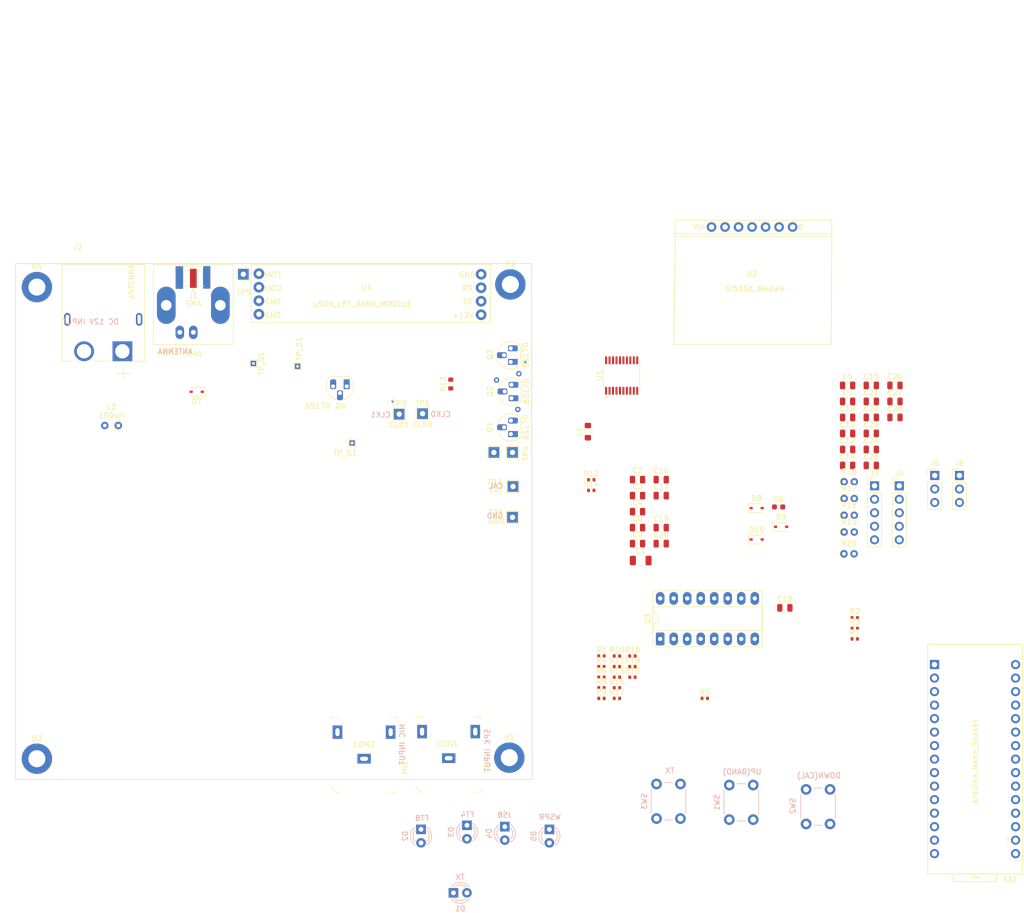
<source format=kicad_pcb>
(kicad_pcb (version 20241229) (generator "pcbnew") (generator_version "9.0")
  (layers (0 "F.Cu" signal) (2 "B.Cu" signal) (13 "F.Paste" user) (15 "B.Paste" user) (5 "F.SilkS" user "F.Silkscreen") (7 "B.SilkS" user "B.Silkscreen") (1 "F.Mask" user) (3 "B.Mask" user) (25 "Edge.Cuts" user))
  (net 0 "")
  (net 1 "+5V")
  (net 2 "GND")
  (net 3 "FSK")
  (net 4 "RXA")
  (net 5 "Net-(CON1-R)")
  (net 6 "+12V")
  (net 7 "RX")
  (net 8 "RXSW")
  (net 9 "RX_OSC")
  (net 10 "Net-(CON2-R)")
  (net 11 "Net-(D7-A)")
  (net 12 "Net-(D7-K)")
  (net 13 "Net-(Q4-S)")
  (net 14 "Net-(Q4-D)")
  (net 15 "TD_IN")
  (net 16 "+3.3V")
  (net 17 "Net-(D1-A)")
  (net 18 "Net-(D2-A)")
  (net 19 "Net-(D3-A)")
  (net 20 "Net-(D4-A)")
  (net 21 "SW1")
  (net 22 "SW2")
  (net 23 "Net-(D5-A)")
  (net 24 "Net-(D9-A)")
  (net 25 "SCL")
  (net 26 "SDA")
  (net 27 "Net-(J1-In)")
  (net 28 "Net-(XA1-D13_SCK)")
  (net 29 "Net-(XA1-D12_MISO)")
  (net 30 "Net-(XA1-D11_MOSI)")
  (net 31 "Net-(XA1-D10_CS)")
  (net 32 "Net-(U2-S2)")
  (net 34 "+3V3")
  (net 37 "SW3")
  (net 47 "Net-(C3-Pad2)")
  (net 48 "Net-(U1-O0a)")
  (net 49 "Net-(U3-AM_OSC)")
  (net 50 "Net-(U3-FM{slash}AM_SW)")
  (net 51 "Net-(R11-Pad1)")
  (net 52 "Net-(U1-I0a)")
  (net 58 "Net-(C5-Pad2)")
  (net 59 "Net-(D10-K)")
  (net 60 "Net-(J3-Pin_5)")
  (net 61 "Net-(J3-Pin_4)")
  (net 62 "Net-(J3-Pin_1)")
  (net 63 "Net-(J3-Pin_3)")
  (net 64 "Net-(J3-Pin_2)")
  (footprint "digikey-footprints:Headphone_Jack_3.5mm_SJ1-3523N" (layer "F.Cu") (at 149.47 133.254 90)
    (property "Reference" "CON1")
    (property "Value" "SPK")
  )
  (footprint "digikey-footprints:Headphone_Jack_3.5mm_SJ1-3523N" (layer "F.Cu") (at 133.57 133.354 90)
    (property "Reference" "CON2")
    (property "Value" "MIC")
  )
  (footprint "MountingHole:MountingHole_3.2mm_M3_ISO7380_Pad" (layer "F.Cu") (at 160.87 138.154)
    (property "Reference" "H1")
    (property "Value" "MountingHole_Pad")
  )
  (footprint "MountingHole:MountingHole_3.2mm_M3_ISO7380_Pad" (layer "F.Cu") (at 161.07 49.154)
    (property "Reference" "H2")
    (property "Value" "MountingHole_Pad")
  )
  (footprint "MountingHole:MountingHole_3.2mm_M3_ISO7380_Pad" (layer "F.Cu") (at 72.07 138.354)
    (property "Reference" "H3")
    (property "Value" "MountingHole_Pad")
  )
  (footprint "MountingHole:MountingHole_3.2mm_M3_ISO7380_Pad" (layer "F.Cu") (at 72.07 49.654)
    (property "Reference" "H4")
    (property "Value" "MountingHole_Pad")
  )
  (footprint "SMA_EDGE:SMA_Samtec_SMA-J-P-X-ST-EM1_EdgeMount" (layer "F.Cu") (at 101.4974 47.748 180)
    (property "Reference" "J1")
    (property "Value" "SMA")
  )
  (footprint "Connector_Coaxial:BNC_Amphenol_B6252HB-NPP3G-50_Horizontal" (layer "F.Cu") (at 101.472 58.162)
    (property "Reference" "J1A1")
    (property "Value" "BNC")
  )
  (footprint "Package_TO_SOT_THT:TO-92_HandSolder" (layer "F.Cu") (at 161.17 77.294 90)
    (property "Reference" "Q1")
    (property "Value" "BS170")
  )
  (footprint "Package_TO_SOT_THT:TO-92_HandSolder" (layer "F.Cu") (at 161.27 70.554 90)
    (property "Reference" "Q2")
    (property "Value" "BS170")
  )
  (footprint "Package_TO_SOT_THT:TO-92_HandSolder" (layer "F.Cu") (at 161.14 63.724 90)
    (property "Reference" "Q3")
    (property "Value" "BS170")
  )
  (footprint "Package_TO_SOT_THT:TO-92L_HandSolder" (layer "F.Cu") (at 130.302 68.326 180)
    (property "Reference" "Q4")
    (property "Value" "BS170")
  )
  (footprint "VFO_footprint:SI5351 Module_Vertical" (layer "F.Cu") (at 192.786 44.45)
    (property "Reference" "U2")
    (property "Value" "SI535X_Module")
  )
  (footprint "Package_SO:TSSOP-20_4.4x6.5mm_P0.65mm" (layer "F.Cu") (at 181.99 66.29 90)
    (property "Reference" "U1")
    (property "Value" "74ACT244")
  )
  (footprint "uSDX_LPF_BAND_MODULE:uSDX_LPF_Band_Module" (layer "F.Cu") (at 158.374 88.354 180)
    (property "Reference" "U4")
    (property "Value" "uSDX_LPF_BAND_MODULE")
  )
  (footprint "Arduino:Arduino_Nano_Socket" (layer "F.Cu") (at 248.412 160.02)
    (property "Reference" "XA1")
    (property "Value" "Arduino_Nano_Socket")
  )
  (footprint "Diode_SMD:D_SOD-323" (layer "F.Cu") (at 102.108 69.342 180)
    (property "Reference" "D7")
    (property "Value" "1N4148WS")
  )
  (footprint "Resistor_THT:R_Axial_DIN0204_L3.6mm_D1.6mm_P2.54mm_Vertical" (layer "F.Cu") (at 87.376 75.692 180)
    (property "Reference" "L2")
    (property "Value" "100uH")
  )
  (footprint "Inductor_SMD:L_0805_2012Metric_Pad1.05x1.20mm_HandSolder" (layer "F.Cu") (at 175.64 76.838 90)
    (property "Reference" "L1")
    (property "Value" "1uH")
  )
  (footprint "Resistor_SMD:R_0402_1005Metric" (layer "F.Cu") (at 197.61 127)
    (property "Reference" "R5")
    (property "Value" "1k")
  )
  (footprint "Resistor_SMD:R_0603_1608Metric" (layer "F.Cu") (at 149.86 67.881 90)
    (property "Reference" "R13")
    (property "Value" "2.7k")
  )
  (footprint "TestPoint:TestPoint_THTPad_2.0x2.0mm_Drill1.0mm" (layer "F.Cu") (at 144.57 73.454)
    (property "Reference" "TP1")
    (property "Value" "CLK0")
  )
  (footprint "TestPoint:TestPoint_THTPad_2.0x2.0mm_Drill1.0mm" (layer "F.Cu") (at 140.17 73.554)
    (property "Reference" "TP3")
    (property "Value" "CLK1")
  )
  (footprint "TestPoint:TestPoint_THTPad_2.0x2.0mm_Drill1.0mm" (layer "F.Cu") (at 161.47 80.754)
    (property "Reference" "TP4")
    (property "Value" "TestPoint")
  )
  (footprint "TestPoint:TestPoint_THTPad_2.0x2.0mm_Drill1.0mm" (layer "F.Cu") (at 110.87 47.24)
    (property "Reference" "TP5")
    (property "Value" "TestPoint")
  )
  (footprint "TestPoint:TestPoint_THTPad_2.0x2.0mm_Drill1.0mm" (layer "F.Cu") (at 161.47 92.954)
    (property "Reference" "TP6")
    (property "Value" "GND")
  )
  (footprint "TestPoint:TestPoint_THTPad_2.0x2.0mm_Drill1.0mm" (layer "F.Cu") (at 161.57 87.154)
    (property "Reference" "TP2")
    (property "Value" "CAL")
  )
  (footprint "TestPoint:TestPoint_THTPad_1.0x1.0mm_Drill0.5mm" (layer "F.Cu") (at 121.07 64.554 90)
    (property "Reference" "TP_D1")
    (property "Value" "~" (hide yes))
  )
  (footprint "TestPoint:TestPoint_THTPad_1.0x1.0mm_Drill0.5mm" (layer "F.Cu") (at 131.318 78.994 180)
    (property "Reference" "TP_G1")
    (property "Value" "~")
  )
  (footprint "TestPoint:TestPoint_THTPad_1.0x1.0mm_Drill0.5mm" (layer "F.Cu") (at 112.776 64.008 -90)
    (property "Reference" "TP_S1")
    (property "Value" "~" (hide yes))
  )
  (footprint "TestPoint:TestPoint_THTPad_2.0x2.0mm_Drill1.0mm" (layer "F.Cu") (at 157.97 80.754)
    (property "Reference" "GND1" (hide yes))
    (property "Value" "~")
  )
  (footprint "Capacitor_SMD:C_0805_2012Metric" (layer "F.Cu") (at 224.464 71.154)
    (property "Reference" "C7")
    (property "Value" "10n")
  )
  (footprint "Resistor_THT:R_Axial_DIN0204_L3.6mm_D1.6mm_P1.90mm_Vertical" (layer "F.Cu") (at 223.814 92.574)
    (property "Reference" "R18")
    (property "Value" "1k")
  )
  (footprint "Capacitor_SMD:C_0805_2012Metric" (layer "F.Cu") (at 233.364 74.164)
    (property "Reference" "C28")
    (property "Value" "620p")
  )
  (footprint "Capacitor_SMD:C_0805_2012Metric" (layer "F.Cu") (at 184.97 88.874)
    (property "Reference" "C3")
    (property "Value" "100n")
  )
  (footprint "Resistor_SMD:R_0402_1005Metric" (layer "F.Cu") (at 181.1 123.02)
    (property "Reference" "R15")
    (property "Value" "1k")
  )
  (footprint "Resistor_SMD:R_0402_1005Metric" (layer "F.Cu") (at 184.01 119.04)
    (property "Reference" "R18")
    (property "Value" "1k")
  )
  (footprint "Capacitor_SMD:C_0805_2012Metric" (layer "F.Cu") (at 224.464 68.144)
    (property "Reference" "C5")
    (property "Value" "10n")
  )
  (footprint "Capacitor_SMD:C_0603_1608Metric" (layer "F.Cu") (at 211.484 91.004)
    (property "Reference" "C6")
    (property "Value" "470n")
  )
  (footprint "Resistor_SMD:R_0402_1005Metric" (layer "F.Cu") (at 225.804 115.824)
    (property "Reference" "R7")
    (property "Value" "5.1k")
  )
  (footprint "Capacitor_SMD:C_0805_2012Metric" (layer "F.Cu") (at 228.914 83.194)
    (property "Reference" "C25")
    (property "Value" "10n")
  )
  (footprint "Capacitor_SMD:C_0805_2012Metric" (layer "F.Cu") (at 224.464 83.194)
    (property "Reference" "C14")
    (property "Value" "10n")
  )
  (footprint "Resistor_THT:R_Axial_DIN0204_L3.6mm_D1.6mm_P1.90mm_Vertical" (layer "F.Cu") (at 223.814 95.724)
    (property "Reference" "R19")
    (property "Value" "1k")
  )
  (footprint "Resistor_SMD:R_0402_1005Metric" (layer "F.Cu") (at 181.1 125.01)
    (property "Reference" "R16")
    (property "Value" "1k")
  )
  (footprint "Resistor_SMD:R_0402_1005Metric" (layer "F.Cu") (at 181.1 119.04)
    (property "Reference" "R10")
    (property "Value" "1k")
  )
  (footprint "Package_DIP:DIP-16_W7.62mm_Socket_LongPads" (layer "F.Cu") (at 189.23 115.824 90)
    (property "Reference" "U3")
    (property "Value" "CD2003GB_GP")
  )
  (footprint "Capacitor_SMD:C_0805_2012Metric" (layer "F.Cu") (at 184.97 97.904)
    (property "Reference" "C9")
    (property "Value" "100n")
  )
  (footprint "Resistor_SMD:R_0402_1005Metric" (layer "F.Cu") (at 178.19 127)
    (property "Reference" "R9")
    (property "Value" "10k")
  )
  (footprint "Resistor_SMD:R_0402_1005Metric" (layer "F.Cu") (at 181.1 121.03)
    (property "Reference" "R11")
    (property "Value" "1k")
  )
  (footprint "Resistor_SMD:R_0402_1005Metric" (layer "F.Cu") (at 176.274 85.894)
    (property "Reference" "R12")
    (property "Value" "5.1k")
  )
  (footprint "Resistor_SMD:R_0402_1005Metric" (layer "F.Cu") (at 181.1 127)
    (property "Reference" "R17")
    (property "Value" "1k")
  )
  (footprint "Capacitor_SMD:C_0805_2012Metric" (layer "F.Cu") (at 228.914 80.184)
    (property "Reference" "C24")
    (property "Value" "22u")
  )
  (footprint "Resistor_THT:R_Axial_DIN0204_L3.6mm_D1.6mm_P1.90mm_Vertical" (layer "F.Cu") (at 223.814 89.424)
    (property "Reference" "R17")
    (property "Value" "1k")
  )
  (footprint "Capacitor_SMD:C_0805_2012Metric" (layer "F.Cu") (at 228.914 68.144)
    (property "Reference" "C15")
    (property "Value" "10n")
  )
  (footprint "Capacitor_SMD:C_0805_2012Metric" (layer "F.Cu") (at 224.464 77.174)
    (property "Reference" "C11")
    (property "Value" "100n")
  )
  (footprint "Resistor_SMD:R_0402_1005Metric" (layer "F.Cu") (at 184.01 121.03)
    (property "Reference" "R19")
    (property "Value" "1k")
  )
  (footprint "Capacitor_SMD:C_0805_2012Metric" (layer "F.Cu") (at 233.364 68.144)
    (property "Reference" "C26")
    (property "Value" "10n")
  )
  (footprint "Capacitor_SMD:C_0805_2012Metric" (layer "F.Cu") (at 184.97 94.894)
    (property "Reference" "C8")
    (property "Value" "100n")
  )
  (footprint "Capacitor_SMD:C_0805_2012Metric" (layer "F.Cu") (at 189.42 85.864)
    (property "Reference" "C16")
    (property "Value" "22u")
  )
  (footprint "Connector_PinHeader_2.54mm:PinHeader_1x05_P2.54mm_Vertical" (layer "F.Cu") (at 229.524 87.024)
    (property "Reference" "J3")
    (property "Value" "LED")
  )
  (footprint "Capacitor_SMD:C_0805_2012Metric" (layer "F.Cu") (at 184.97 91.884)
    (property "Reference" "C4")
    (property "Value" "100n")
  )
  (footprint "Resistor_SMD:R_0402_1005Metric" (layer "F.Cu") (at 178.19 125.01)
    (property "Reference" "R8")
    (property "Value" "1k")
  )
  (footprint "Capacitor_SMD:C_0805_2012Metric" (layer "F.Cu") (at 189.42 97.904)
    (property "Reference" "C20")
    (property "Value" "22u")
  )
  (footprint "Capacitor_SMD:C_0805_2012Metric" (layer "F.Cu") (at 233.364 71.154)
    (property "Reference" "C27")
    (property "Value" "10n")
  )
  (footprint "Capacitor_SMD:C_0805_2012Metric" (layer "F.Cu") (at 184.97 85.864)
    (property "Reference" "C2")
    (property "Value" "100n")
  )
  (footprint "Resistor_THT:R_Axial_DIN0204_L3.6mm_D1.6mm_P1.90mm_Vertical" (layer "F.Cu") (at 223.778 99.818)
    (property "Reference" "R20")
    (property "Value" "1k")
  )
  (footprint "Resistor_SMD:R_0402_1005Metric" (layer "F.Cu") (at 176.274 87.884)
    (property "Reference" "R14")
    (property "Value" "100")
  )
  (footprint "Capacitor_SMD:C_0805_2012Metric" (layer "F.Cu") (at 224.464 74.164)
    (property "Reference" "C10")
    (property "Value" "100n")
  )
  (footprint "Capacitor_SMD:C_0805_2012Metric" (layer "F.Cu") (at 189.42 94.894)
    (property "Reference" "C19")
    (property "Value" "22u")
  )
  (footprint "Connector_PinHeader_2.54mm:PinHeader_1x03_P2.54mm_Vertical" (layer "F.Cu") (at 245.49 85.086)
    (property "Reference" "J6")
    (property "Value" "SW_GND")
  )
  (footprint "Capacitor_SMD:C_1206_3216Metric" (layer "F.Cu") (at 185.57 101.084)
    (property "Reference" "C1")
    (property "Value" "100u")
  )
  (footprint "Connector_PinHeader_2.54mm:PinHeader_1x03_P2.54mm_Vertical" (layer "F.Cu") (at 240.84 85.086)
    (property "Reference" "J5")
    (property "Value" "SW")
  )
  (footprint "Capacitor_SMD:C_0805_2012Metric" (layer "F.Cu") (at 212.664 109.982)
    (property "Reference" "C18")
    (property "Value" "100n")
  )
  (footprint "Diode_SMD:D_SOD-323" (layer "F.Cu") (at 207.359 97.124)
    (property "Reference" "D10")
    (property "Value" "1N4148WS")
  )
  (footprint "Connector_PinHeader_2.54mm:PinHeader_1x05_P2.54mm_Vertical" (layer "F.Cu") (at 234.174 87.024)
    (property "Reference" "J4")
    (property "Value" "LED_GND")
  )
  (footprint "Resistor_SMD:R_0402_1005Metric" (layer "F.Cu") (at 225.804 113.834)
    (property "Reference" "R3")
    (property "Value" "4.7k")
  )
  (footprint "Resistor_SMD:R_0402_1005Metric" (layer "F.Cu") (at 225.804 111.844)
    (property "Reference" "R2")
    (property "Value" "1M")
  )
  (footprint "Resistor_SMD:R_0402_1005Metric" (layer "F.Cu") (at 178.19 121.03)
    (property "Reference" "R4")
    (property "Value" "10k")
  )
  (footprint "Resistor_SMD:R_0402_1005Metric" (layer "F.Cu") (at 178.19 119.04)
    (property "Reference" "R1")
    (property "Value" "10k")
  )
  (footprint "Resistor_SMD:R_0402_1005Metric" (layer "F.Cu") (at 178.19 123.02)
    (property "Reference" "R6")
    (property "Value" "1k")
  )
  (footprint "Capacitor_SMD:C_0805_2012Metric" (layer "F.Cu") (at 228.914 77.174)
    (property "Reference" "C23")
    (property "Value" "22u")
  )
  (footprint "Capacitor_SMD:C_0805_2012Metric" (layer "F.Cu") (at 224.464 80.184)
    (property "Reference" "C12")
    (property "Value" "100n")
  )
  (footprint "XT60PW-M:AMASS_XT60PW-M" (layer "F.Cu") (at 84.538 55.722)
    (property "Reference" "J2")
    (property "Value" "XT60PW-M")
  )
  (footprint "Diode_SMD:D_SOD-323" (layer "F.Cu") (at 207.359 91.224)
    (property "Reference" "D8")
    (property "Value" "1N4148WS")
  )
  (footprint "Capacitor_SMD:C_0805_2012Metric" (layer "F.Cu") (at 228.914 71.154)
    (property "Reference" "C21")
    (property "Value" "22u")
  )
  (footprint "Resistor_THT:R_Axial_DIN0204_L3.6mm_D1.6mm_P1.90mm_Vertical" (layer "F.Cu") (at 223.814 86.274)
    (property "Reference" "R16")
    (property "Value" "1k")
  )
  (footprint "Resistor_SMD:R_0402_1005Metric" (layer "F.Cu") (at 184.01 123.02)
    (property "Reference" "R20")
    (property "Value" "1k")
  )
  (footprint "Diode_SMD:D_SOD-323" (layer "F.Cu") (at 211.962 94.738)
    (property "Reference" "D9")
    (property "Value" "1N4148WS")
  )
  (footprint "Capacitor_SMD:C_0805_2012Metric" (layer "F.Cu") (at 189.42 88.874)
    (property "Reference" "C17")
    (property "Value" "100n")
  )
  (footprint "Capacitor_SMD:C_0805_2012Metric" (layer "F.Cu") (at 228.914 74.164)
    (property "Reference" "C22")
    (property "Value" "100n")
  )
  (footprint "LED_THT:LED_D3.0mm" (layer "B.Cu") (at 150.368 163.576)
    (property "Reference" "D1")
    (property "Value" "TX")
  )
  (footprint "LED_THT:LED_D3.0mm" (layer "B.Cu") (at 144.272 151.633 -90)
    (property "Reference" "D2")
    (property "Value" "FT8")
  )
  (footprint "LED_THT:LED_D3.0mm" (layer "B.Cu") (at 152.908 150.876 -90)
    (property "Reference" "D3")
    (property "Value" "FT4")
  )
  (footprint "LED_THT:LED_D3.0mm" (layer "B.Cu") (at 160.02 151.125 -90)
    (property "Reference" "D4")
    (property "Value" "JS8")
  )
  (footprint "LED_THT:LED_D3.0mm" (layer "B.Cu") (at 168.402 151.638 -90)
    (property "Reference" "D5")
    (property "Value" "WSPR")
  )
  (footprint "Button_Switch_THT:SW_PUSH_6mm" (layer "B.Cu") (at 202.22 143.308 -90)
    (property "Reference" "SW1")
    (property "Value" "UP(BAND)")
  )
  (footprint "Button_Switch_THT:SW_PUSH_6mm" (layer "B.Cu") (at 216.662 144.122 -90)
    (property "Reference" "SW2")
    (property "Value" "DOWN(CAL)")
  )
  (footprint "Button_Switch_THT:SW_PUSH_6mm" (layer "B.Cu") (at 188.54 143.106 -90)
    (property "Reference" "SW3")
    (property "Value" "TX")
  )
  (gr_line (start 192.086 40.15) (end 191.786 60.45) (stroke (width 0.15)) (layer "F.SilkS"))
  (gr_line (start 191.786 60.45) (end 221.386 60.45) (stroke (width 0.15)) (layer "F.SilkS"))
  (gr_line (start 221.386 60.45) (end 221.488 40.132) (stroke (width 0.15)) (layer "F.SilkS"))
  (gr_line (start 68.07 45.254) (end 68.07 142.254) (stroke (width 0.1)) (layer "Edge.Cuts"))
  (gr_line (start 165.17 142.254) (end 165.07 45.254) (stroke (width 0.1)) (layer "Edge.Cuts"))
  (gr_line (start 68.07 142.254) (end 165.17 142.254) (stroke (width 0.1)) (layer "Edge.Cuts"))
  (gr_line (start 165.07 45.254) (end 68.07 45.254) (stroke (width 0.1)) (layer "Edge.Cuts"))
  (gr_text "ANTENNA" (at 89.87 48.654 90) (layer "F.SilkS") (effects (font (size 1 1))))
  (gr_text "SPK INPUT" (at 156.77 136.754 90) (layer "B.SilkS") (effects (font (size 1 1)) (justify mirror)))
  (gr_text "CLK1" (at 136.67 73.654 0) (layer "B.SilkS") (effects (font (size 1 1)) (justify mirror)))
  (gr_text "ANTENNA" (at 98.07 61.754 0) (layer "B.SilkS") (effects (font (size 1 1)) (justify mirror)))
  (gr_text "CAL" (at 158.37 87.054 0) (layer "B.SilkS") (effects (font (size 1 1)) (justify mirror)))
  (gr_text "GND" (at 158.17 92.654 0) (layer "B.SilkS") (effects (font (size 1 1)) (justify mirror)))
  (gr_text "MIC INPUT" (at 140.77 135.654 90) (layer "B.SilkS") (effects (font (size 1 1)) (justify mirror)))
  (gr_text "CLK0" (at 147.97 73.554 0) (layer "B.SilkS") (effects (font (size 1 1)) (justify mirror)))
  (gr_text "DC 12V INPUT" (at 82.17 56.154 0) (layer "B.SilkS") (effects (font (size 1 1)) (justify mirror)))
  (via (at 162.67 65.954) (size 1) (drill 0.5) (layers "F.Cu" "B.Cu") (net 2))
  (via (at 158.47 67.154) (size 1) (drill 0.5) (layers "F.Cu" "B.Cu") (net 2))
  (via (at 162.47 72.654) (size 1) (drill 0.5) (layers "F.Cu" "B.Cu") (net 2))
  (segment (start 79.87 62.654) (end 80.07 62.854) (width 0.5) (layer "B.Cu") (net 2))
  (segment (start 155.07 132.654) (end 154.47 133.254) (width 0.5) (layer "B.Cu") (net 5))
  (segment (start 121.17 64.454) (end 121.07 64.554) (width 0.5) (layer "B.Cu") (net 14))
  (segment (start 163.8 63.724) (end 163.87 63.654) (width 0.5) (layer "B.Cu") (net 15))
  (segment (start 139.01 71.114) (end 138.97 71.154) (width 0.5) (layer "B.Cu") (net 48))
  (segment (start 159.93 69.354) (end 160 69.284) (width 0.5) (layer "B.Cu") (net 59))
  (segment (start 160 75.924) (end 159.9 76.024) (width 0.5) (layer "B.Cu") (net 59))
  (segment (start 159.77 62.354) (end 159.87 62.454) (width 0.5) (layer "B.Cu") (net 59))
  (segment (start 160 62.584) (end 159.87 62.454) (width 0.5) (layer "B.Cu") (net 59))
)
</source>
